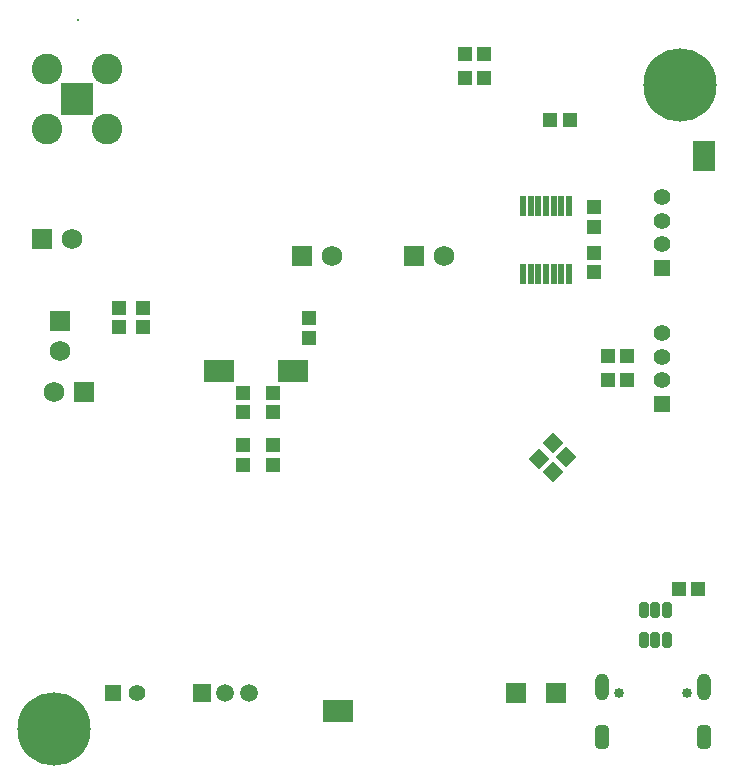
<source format=gbs>
G04*
G04 #@! TF.GenerationSoftware,Altium Limited,Altium Designer,24.2.2 (26)*
G04*
G04 Layer_Color=16711935*
%FSLAX44Y44*%
%MOMM*%
G71*
G04*
G04 #@! TF.SameCoordinates,57E06D6A-15B4-4B42-AE12-48CE37104189*
G04*
G04*
G04 #@! TF.FilePolarity,Negative*
G04*
G01*
G75*
%ADD22R,1.3032X1.3032*%
G04:AMPARAMS|DCode=23|XSize=1.4132mm|YSize=0.7832mm|CornerRadius=0.1741mm|HoleSize=0mm|Usage=FLASHONLY|Rotation=270.000|XOffset=0mm|YOffset=0mm|HoleType=Round|Shape=RoundedRectangle|*
%AMROUNDEDRECTD23*
21,1,1.4132,0.4350,0,0,270.0*
21,1,1.0650,0.7832,0,0,270.0*
1,1,0.3482,-0.2175,-0.5325*
1,1,0.3482,-0.2175,0.5325*
1,1,0.3482,0.2175,0.5325*
1,1,0.3482,0.2175,-0.5325*
%
%ADD23ROUNDEDRECTD23*%
%ADD51R,1.3032X1.3032*%
%ADD63R,1.4112X1.4112*%
%ADD64C,1.4112*%
%ADD65C,6.2032*%
%ADD66C,1.4032*%
%ADD67R,1.4032X1.4032*%
%ADD68R,1.5112X1.5112*%
%ADD69C,1.5112*%
G04:AMPARAMS|DCode=70|XSize=2.0032mm|YSize=1.2032mm|CornerRadius=0.3516mm|HoleSize=0mm|Usage=FLASHONLY|Rotation=90.000|XOffset=0mm|YOffset=0mm|HoleType=Round|Shape=RoundedRectangle|*
%AMROUNDEDRECTD70*
21,1,2.0032,0.5000,0,0,90.0*
21,1,1.3000,1.2032,0,0,90.0*
1,1,0.7032,0.2500,0.6500*
1,1,0.7032,0.2500,-0.6500*
1,1,0.7032,-0.2500,-0.6500*
1,1,0.7032,-0.2500,0.6500*
%
%ADD70ROUNDEDRECTD70*%
%ADD71O,1.2032X2.3032*%
%ADD72C,0.8532*%
%ADD73R,1.7272X1.7272*%
%ADD74C,1.7272*%
%ADD75R,1.7272X1.7272*%
%ADD76C,2.6032*%
%ADD77R,2.7032X2.7032*%
%ADD78C,0.2032*%
%ADD153R,2.6532X1.8532*%
%ADD154R,1.8532X2.6532*%
%ADD155R,0.6132X1.7732*%
%ADD156P,1.8430X4X360.0*%
D22*
X246000Y382500D02*
D03*
Y366000D02*
D03*
X105000Y375000D02*
D03*
Y391500D02*
D03*
X190000Y319500D02*
D03*
Y303000D02*
D03*
X487000Y438000D02*
D03*
Y421500D02*
D03*
X190000Y258500D02*
D03*
Y275000D02*
D03*
X215000Y258500D02*
D03*
Y275000D02*
D03*
X487000Y476500D02*
D03*
Y460000D02*
D03*
X85000Y375000D02*
D03*
Y391500D02*
D03*
X215000Y319500D02*
D03*
Y303000D02*
D03*
D23*
X529500Y135550D02*
D03*
X539000D02*
D03*
X548500D02*
D03*
X529500Y110450D02*
D03*
X539000D02*
D03*
X548500D02*
D03*
D51*
X559000Y153000D02*
D03*
X575500D02*
D03*
X377500Y606000D02*
D03*
X394000D02*
D03*
Y586000D02*
D03*
X377500D02*
D03*
X515337Y330337D02*
D03*
X498837D02*
D03*
X515337Y350337D02*
D03*
X498837D02*
D03*
X450000Y550000D02*
D03*
X466500D02*
D03*
D63*
X545000Y425000D02*
D03*
Y310000D02*
D03*
D64*
Y445000D02*
D03*
Y465000D02*
D03*
Y485000D02*
D03*
Y370000D02*
D03*
Y350000D02*
D03*
Y330000D02*
D03*
D65*
X30000Y35000D02*
D03*
X560000Y580000D02*
D03*
D66*
X100000Y65000D02*
D03*
D67*
X80000D02*
D03*
D68*
X155000D02*
D03*
D69*
X175000D02*
D03*
X195000D02*
D03*
D70*
X493600Y28200D02*
D03*
X580000D02*
D03*
D71*
X493600Y70000D02*
D03*
X580000D02*
D03*
D72*
X565700Y65000D02*
D03*
X507900D02*
D03*
D73*
X240000Y435000D02*
D03*
X334600D02*
D03*
X20000Y450000D02*
D03*
X55400Y320000D02*
D03*
D74*
X265400Y435000D02*
D03*
X360000D02*
D03*
X45400Y450000D02*
D03*
X30000Y320000D02*
D03*
X35000Y355000D02*
D03*
D75*
X420710Y65000D02*
D03*
X455000D02*
D03*
X35000Y380400D02*
D03*
D76*
X74600Y593400D02*
D03*
Y542400D02*
D03*
X23600D02*
D03*
Y593400D02*
D03*
D77*
X49100Y567900D02*
D03*
D78*
X50000Y635000D02*
D03*
D153*
X270000Y50000D02*
D03*
X232500Y337500D02*
D03*
X170000D02*
D03*
D154*
X580000Y520000D02*
D03*
D155*
X466000Y420100D02*
D03*
X459500D02*
D03*
X453000D02*
D03*
X446500D02*
D03*
X440000D02*
D03*
X433500D02*
D03*
X427000D02*
D03*
Y477500D02*
D03*
X433500D02*
D03*
X440000D02*
D03*
X446500D02*
D03*
X453000D02*
D03*
X459500D02*
D03*
X466000D02*
D03*
D156*
X452000Y252000D02*
D03*
X440333Y263667D02*
D03*
X463667Y265333D02*
D03*
X452000Y277000D02*
D03*
M02*

</source>
